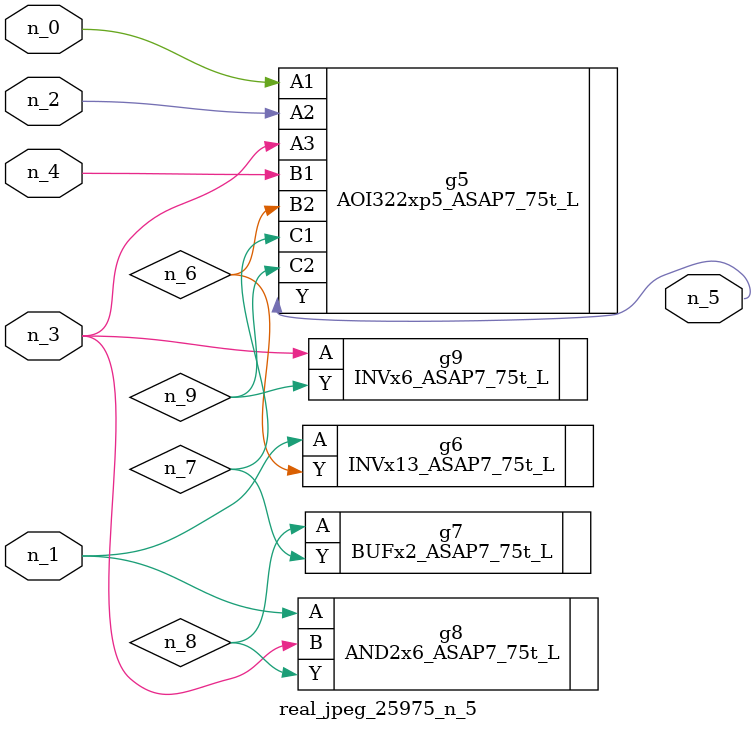
<source format=v>
module real_jpeg_25975_n_5 (n_4, n_0, n_1, n_2, n_3, n_5);

input n_4;
input n_0;
input n_1;
input n_2;
input n_3;

output n_5;

wire n_8;
wire n_6;
wire n_7;
wire n_9;

AOI322xp5_ASAP7_75t_L g5 ( 
.A1(n_0),
.A2(n_2),
.A3(n_3),
.B1(n_4),
.B2(n_6),
.C1(n_7),
.C2(n_9),
.Y(n_5)
);

INVx13_ASAP7_75t_L g6 ( 
.A(n_1),
.Y(n_6)
);

AND2x6_ASAP7_75t_L g8 ( 
.A(n_1),
.B(n_3),
.Y(n_8)
);

INVx6_ASAP7_75t_L g9 ( 
.A(n_3),
.Y(n_9)
);

BUFx2_ASAP7_75t_L g7 ( 
.A(n_8),
.Y(n_7)
);


endmodule
</source>
